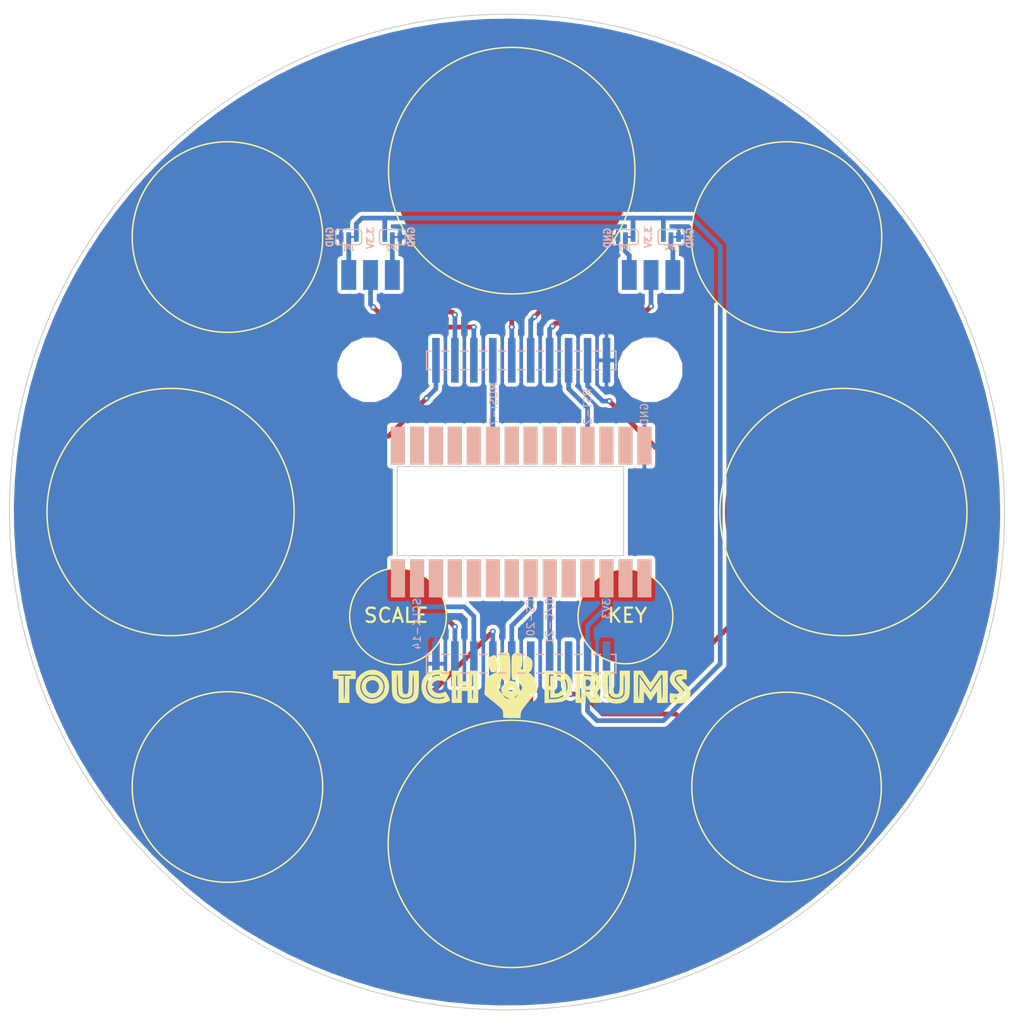
<source format=kicad_pcb>
(kicad_pcb (version 20171130) (host pcbnew "(5.0.0-3-g5ebb6b6)")
  (layers (0 F.Cu signal) (31 B.Cu signal) (34 B.Paste user) (35 F.Paste user) (36 B.SilkS user) (37 F.SilkS user) (38 B.Mask user) (39 F.Mask user) (44 Edge.Cuts user))
  (net 0 "")
  (net 1 GND)
  (net 2 TOUCH_0)
  (net 3 SCLK)
  (net 4 TOUCH_1)
  (net 5 CS)
  (net 6 TOUCH_2)
  (net 7 DC)
  (net 8 TOUCH_3)
  (net 9 +3V3)
  (net 10 TOUCH_4)
  (net 11 TOUCH_7)
  (net 12 TOUCH_6)
  (net 13 MOSI)
  (net 14 TOUCH_5)
  (net 15 TOUCH_8)
  (net 16 RST)
  (net 17 TOUCH_9)
  (net 18 VOL_KNOB)
  (net 19 DECAY_KNOB)
  (net 20 "Net-(JP1-Pad2)")
  (net 21 "Net-(JP2-Pad2)")
  (net 22 "Net-(JP3-Pad2)")
  (net 23 "Net-(JP4-Pad2)")
  (module Openponics_Templates:Panel_Mount_Potentiometer (layer B.Cu) (at 88.9 82.55 270)
    (fp_text reference VR1 hide)
    (fp_text value TRIMPOT hide)
    (pad 1 smd rect (at -12.7 2.794 270) (size 4 2) (layers B.Cu B.Paste B.Mask) (net 20 "Net-(JP1-Pad2)"))
    (pad 2 smd rect (at -12.695 -0.127 270) (size 4 2) (layers B.Cu B.Paste B.Mask) (net 18 VOL_KNOB))
    (pad 3 smd rect (at -12.695 -3.048 270) (size 4 2) (layers B.Cu B.Paste B.Mask) (net 21 "Net-(JP2-Pad2)"))
    (pad "" np_thru_hole circle (at 0 0 270) (size 7.62 7.62) (drill 7.62) (layers *.Cu *.Mask))
  )
  (module Openponics_Templates:Panel_Mount_Potentiometer (layer B.Cu) (at 126.492 82.55 270)
    (fp_text reference VR2 hide)
    (fp_text value TRIMPOT hide)
    (pad 1 smd rect (at -12.7 2.794 270) (size 4 2) (layers B.Cu B.Paste B.Mask) (net 22 "Net-(JP3-Pad2)"))
    (pad 2 smd rect (at -12.695 -0.127 270) (size 4 2) (layers B.Cu B.Paste B.Mask) (net 19 DECAY_KNOB))
    (pad 3 smd rect (at -12.695 -3.048 270) (size 4 2) (layers B.Cu B.Paste B.Mask) (net 23 "Net-(JP4-Pad2)"))
    (pad "" np_thru_hole circle (at 0 0 270) (size 7.62 7.62) (drill 7.62) (layers *.Cu *.Mask))
  )
  (module Connectors:1X10_SMD_MALE (layer B.Cu) (at 120.65 121.92 180)
    (fp_text reference J1 hide)
    (fp_text value Conn_01x10 hide)
    (pad 10 smd rect (at 22.86 0 180) (size 1.01854 5.99948) (layers B.Cu B.Paste B.Mask) (net 1 GND))
    (pad 9 smd rect (at 20.32 0 180) (size 1.01854 5.99948) (layers B.Cu B.Paste B.Mask) (net 2 TOUCH_0))
    (pad 8 smd rect (at 17.78 0 180) (size 1.01854 5.99948) (layers B.Cu B.Paste B.Mask) (net 3 SCLK))
    (pad 7 smd rect (at 15.24 0 180) (size 1.01854 5.99948) (layers B.Cu B.Paste B.Mask) (net 4 TOUCH_1))
    (pad 6 smd rect (at 12.7 0 180) (size 1.01854 5.99948) (layers B.Cu B.Paste B.Mask) (net 5 CS))
    (pad 5 smd rect (at 10.16 0 180) (size 1.01854 5.99948) (layers B.Cu B.Paste B.Mask) (net 6 TOUCH_2))
    (pad 4 smd rect (at 7.62 0 180) (size 1.01854 5.99948) (layers B.Cu B.Paste B.Mask) (net 7 DC))
    (pad 3 smd rect (at 5.08 0 180) (size 1.01854 5.99948) (layers B.Cu B.Paste B.Mask) (net 8 TOUCH_3))
    (pad 2 smd rect (at 2.54 0 180) (size 1.01854 5.99948) (layers B.Cu B.Paste B.Mask) (net 9 +3V3))
    (pad 1 smd rect (at 0 0 180) (size 1.01854 5.99948) (layers B.Cu B.Paste B.Mask) (net 10 TOUCH_4))
  )
  (module Connectors:1X10_SMD_MALE (layer B.Cu) (at 97.79 81.28)
    (fp_text reference J2 hide)
    (fp_text value Conn_01x10 hide)
    (pad 10 smd rect (at 22.86 0) (size 1.01854 5.99948) (layers B.Cu B.Paste B.Mask) (net 1 GND))
    (pad 9 smd rect (at 20.32 0) (size 1.01854 5.99948) (layers B.Cu B.Paste B.Mask) (net 17 TOUCH_9))
    (pad 8 smd rect (at 17.78 0) (size 1.01854 5.99948) (layers B.Cu B.Paste B.Mask) (net 16 RST))
    (pad 7 smd rect (at 15.24 0) (size 1.01854 5.99948) (layers B.Cu B.Paste B.Mask) (net 15 TOUCH_8))
    (pad 6 smd rect (at 12.7 0) (size 1.01854 5.99948) (layers B.Cu B.Paste B.Mask) (net 19 DECAY_KNOB))
    (pad 5 smd rect (at 10.16 0) (size 1.01854 5.99948) (layers B.Cu B.Paste B.Mask) (net 14 TOUCH_5))
    (pad 4 smd rect (at 7.62 0) (size 1.01854 5.99948) (layers B.Cu B.Paste B.Mask) (net 13 MOSI))
    (pad 3 smd rect (at 5.08 0) (size 1.01854 5.99948) (layers B.Cu B.Paste B.Mask) (net 12 TOUCH_6))
    (pad 2 smd rect (at 2.54 0) (size 1.01854 5.99948) (layers B.Cu B.Paste B.Mask) (net 18 VOL_KNOB))
    (pad 1 smd rect (at 0 0) (size 1.01854 5.99948) (layers B.Cu B.Paste B.Mask) (net 11 TOUCH_7))
  )
  (module Openponics_Templates:TeensyView (layer F.Cu) (at 91.44 110.49)
    (fp_text reference U1 hide)
    (fp_text value TeensyView)
    (fp_text user D/C-21 (at 21.59 5.715 90) (layer B.SilkS) (effects (justify mirror)))
    (fp_text user CS-20 (at 19.05 5.207 90) (layer B.SilkS) (effects (justify mirror)))
    (fp_text user MOSI-7 (at 14.097 -23.368 90) (layer B.SilkS) (effects (justify mirror)))
    (fp_text user SCLK-14 (at 3.81 6.096 90) (layer B.SilkS) (effects (justify mirror)))
    (fp_text user RST-2 (at 26.67 -22.987 90) (layer B.SilkS) (effects (justify mirror)))
    (fp_text user GND (at 34.29 -21.971 90) (layer B.SilkS) (effects (justify mirror)))
    (fp_text user 3V3 (at 29.21 4.064 270) (layer B.SilkS) (effects (justify mirror)))
    (pad 28 smd rect (at 1.27 -17.78) (size 1.8796 5.08) (layers B.Cu B.SilkS B.Mask))
    (pad 27 smd rect (at 3.81 -17.78) (size 1.8796 5.08) (layers B.Cu B.SilkS B.Mask))
    (pad 26 smd rect (at 6.35 -17.78) (size 1.8796 5.08) (layers B.Cu B.SilkS B.Mask))
    (pad 25 smd rect (at 8.89 -17.78) (size 1.8796 5.08) (layers B.Cu B.SilkS B.Mask))
    (pad 24 smd rect (at 11.43 -17.78) (size 1.8796 5.08) (layers B.Cu B.SilkS B.Mask))
    (pad 23 smd rect (at 13.97 -17.78) (size 1.8796 5.08) (layers B.Cu B.SilkS B.Mask) (net 13 MOSI))
    (pad 22 smd rect (at 16.51 -17.78) (size 1.8796 5.08) (layers B.Cu B.SilkS B.Mask))
    (pad 21 smd rect (at 19.05 -17.78) (size 1.8796 5.08) (layers B.Cu B.SilkS B.Mask))
    (pad 20 smd rect (at 21.59 -17.78) (size 1.8796 5.08) (layers B.Cu B.SilkS B.Mask))
    (pad 19 smd rect (at 24.13 -17.78) (size 1.8796 5.08) (layers B.Cu B.SilkS B.Mask))
    (pad 18 smd rect (at 26.67 -17.78) (size 1.8796 5.08) (layers B.Cu B.SilkS B.Mask) (net 16 RST))
    (pad 17 smd rect (at 29.21 -17.78) (size 1.8796 5.08) (layers B.Cu B.SilkS B.Mask))
    (pad 16 smd rect (at 31.75 -17.78) (size 1.8796 5.08) (layers B.Cu B.SilkS B.Mask))
    (pad 15 smd rect (at 34.29 -17.78) (size 1.8796 5.08) (layers B.Cu B.SilkS B.Mask) (net 1 GND))
    (pad 14 smd rect (at 34.29 0) (size 1.8796 5.08) (layers B.Cu B.SilkS B.Mask))
    (pad 13 smd rect (at 31.75 0) (size 1.8796 5.08) (layers B.Cu B.SilkS B.Mask))
    (pad 12 smd rect (at 29.21 0) (size 1.8796 5.08) (layers B.Cu B.SilkS B.Mask) (net 9 +3V3))
    (pad 11 smd rect (at 26.67 0) (size 1.8796 5.08) (layers B.Cu B.SilkS B.Mask))
    (pad 10 smd rect (at 24.13 0) (size 1.8796 5.08) (layers B.Cu B.SilkS B.Mask))
    (pad 9 smd rect (at 21.59 0) (size 1.8796 5.08) (layers B.Cu B.SilkS B.Mask) (net 7 DC))
    (pad 8 smd rect (at 19.05 0) (size 1.8796 5.08) (layers B.Cu B.SilkS B.Mask) (net 5 CS))
    (pad 7 smd rect (at 16.51 0) (size 1.8796 5.08) (layers B.Cu B.SilkS B.Mask))
    (pad 6 smd rect (at 13.97 0) (size 1.8796 5.08) (layers B.Cu B.SilkS B.Mask))
    (pad 5 smd rect (at 11.43 0) (size 1.8796 5.08) (layers B.Cu B.SilkS B.Mask))
    (pad 4 smd rect (at 8.89 0) (size 1.8796 5.08) (layers B.Cu B.SilkS B.Mask))
    (pad 3 smd rect (at 6.35 0) (size 1.8796 5.08) (layers B.Cu B.SilkS B.Mask))
    (pad 2 smd rect (at 3.81 0) (size 1.8796 5.08) (layers B.Cu B.SilkS B.Mask) (net 3 SCLK))
    (pad 1 smd rect (at 1.27 0) (size 1.8796 5.08) (layers B.Cu B.SilkS B.Mask))
  )
  (module Openponics_Hardware:PAD.LARGE_1.25INCH (layer F.Cu) (at 107.95 146.05)
    (fp_text reference TP3 hide)
    (fp_text value PAD_2 hide)
    (pad 1 smd circle (at 0 0) (size 31.75 31.75) (layers F.Cu) (net 6 TOUCH_2))
  )
  (module Openponics_Hardware:PAD.LARGE_1.25INCH (layer F.Cu) (at 152.4 101.6)
    (fp_text reference TP5 hide)
    (fp_text value PAD_4 hide)
    (pad 1 smd circle (at 0 0) (size 31.75 31.75) (layers F.Cu) (net 10 TOUCH_4))
  )
  (module Openponics_Hardware:PAD.LARGE_1.25INCH (layer F.Cu) (at 107.95 55.88)
    (fp_text reference TP6 hide)
    (fp_text value PAD_5 hide)
    (pad 1 smd circle (at 0 0) (size 31.75 31.75) (layers F.Cu) (net 14 TOUCH_5))
  )
  (module Openponics_Hardware:PAD.LARGE_1.25INCH (layer F.Cu) (at 62.23 101.6)
    (fp_text reference TP8 hide)
    (fp_text value PAD_7 hide)
    (pad 1 smd circle (at 0 0) (size 31.75 31.75) (layers F.Cu) (net 11 TOUCH_7))
  )
  (module Openponics_Hardware:PAD.LARGE_1.0INCH (layer F.Cu) (at 69.85 138.43)
    (fp_text reference TP2 hide)
    (fp_text value PAD_1 hide)
    (pad 1 smd circle (at 0 0) (size 25.4 25.4) (layers F.Cu) (net 4 TOUCH_1))
  )
  (module Openponics_Hardware:PAD.LARGE_1.0INCH (layer F.Cu) (at 144.78 138.43)
    (fp_text reference TP4 hide)
    (fp_text value PAD_3 hide)
    (pad 1 smd circle (at 0 0) (size 25.4 25.4) (layers F.Cu) (net 8 TOUCH_3))
  )
  (module Openponics_Hardware:PAD.LARGE_1.0INCH (layer F.Cu) (at 69.85 64.77)
    (fp_text reference TP7 hide)
    (fp_text value PAD_6 hide)
    (pad 1 smd circle (at 0 0) (size 25.4 25.4) (layers F.Cu) (net 12 TOUCH_6))
  )
  (module Openponics_Hardware:PAD.LARGE_1.0INCH (layer F.Cu) (at 144.78 64.77)
    (fp_text reference TP9 hide)
    (fp_text value PAD_8 hide)
    (pad 1 smd circle (at 0 0) (size 25.4 25.4) (layers F.Cu) (net 15 TOUCH_8))
  )
  (module Openponics_Hardware:PAD.LARGE_0.5INCH (layer F.Cu) (at 92.71 115.57)
    (fp_text reference TP1 hide)
    (fp_text value PAD_0 hide)
    (pad 1 smd circle (at 0 0) (size 12.7 12.7) (layers F.Cu) (net 2 TOUCH_0))
  )
  (module Openponics_Hardware:PAD.LARGE_0.5INCH (layer F.Cu) (at 123.19 115.57)
    (fp_text reference TP10 hide)
    (fp_text value PAD_9 hide)
    (pad 1 smd circle (at 0 0) (size 12.7 12.7) (layers F.Cu) (net 17 TOUCH_9))
  )
  (module Jumpers:SMT-JUMPER_3_1-NC_TRACE_SILK (layer B.Cu) (at 86.106 64.77)
    (fp_text reference JP1 (at 0 1.524) (layer B.SilkS) (effects (font (size 0.6096 0.6096) (thickness 0.127)) (justify mirror)))
    (fp_text value JP_3_1-NC hide)
    (fp_line (start 0 0) (end 1.016 0) (layer B.Cu) (width 0.254))
    (pad 1 smd rect (at -1.016 0) (size 0.635 1.27) (layers B.Cu B.Mask) (net 1 GND))
    (pad 2 smd rect (at 0 0) (size 0.635 1.27) (layers B.Cu B.Mask) (net 20 "Net-(JP1-Pad2)"))
    (pad 3 smd rect (at 1.016 0) (size 0.635 1.27) (layers B.Cu B.Mask) (net 9 +3V3))
  )
  (module Jumpers:SMT-JUMPER_3_1-NC_TRACE_SILK (layer B.Cu) (at 91.948 64.77)
    (fp_text reference JP2 (at 0 1.524) (layer B.SilkS) (effects (font (size 0.6096 0.6096) (thickness 0.127)) (justify mirror)))
    (fp_text value JP_3_1-NC hide)
    (fp_line (start 0 0) (end 1.016 0) (layer B.Cu) (width 0.254))
    (pad 3 smd rect (at 1.016 0) (size 0.635 1.27) (layers B.Cu B.Mask) (net 1 GND))
    (pad 2 smd rect (at 0 0) (size 0.635 1.27) (layers B.Cu B.Mask) (net 21 "Net-(JP2-Pad2)"))
    (pad 1 smd rect (at -1.016 0) (size 0.635 1.27) (layers B.Cu B.Mask) (net 9 +3V3))
  )
  (module Jumpers:SMT-JUMPER_3_1-NC_TRACE_SILK (layer B.Cu) (at 123.19 64.77)
    (fp_text reference JP3 (at 0 1.524) (layer B.SilkS) (effects (font (size 0.6096 0.6096) (thickness 0.127)) (justify mirror)))
    (fp_text value JP_3_1-NC hide)
    (fp_line (start 0 0) (end 1.016 0) (layer B.Cu) (width 0.254))
    (pad 1 smd rect (at -1.016 0) (size 0.635 1.27) (layers B.Cu B.Mask) (net 1 GND))
    (pad 2 smd rect (at 0 0) (size 0.635 1.27) (layers B.Cu B.Mask) (net 22 "Net-(JP3-Pad2)"))
    (pad 3 smd rect (at 1.016 0) (size 0.635 1.27) (layers B.Cu B.Mask) (net 9 +3V3))
  )
  (module Jumpers:SMT-JUMPER_3_1-NC_TRACE_SILK (layer B.Cu) (at 129.286 64.77)
    (fp_text reference JP4 (at 0 1.524) (layer B.SilkS) (effects (font (size 0.6096 0.6096) (thickness 0.127)) (justify mirror)))
    (fp_text value JP_3_1-NC hide)
    (fp_line (start 0 0) (end 1.016 0) (layer B.Cu) (width 0.254))
    (pad 3 smd rect (at 1.016 0) (size 0.635 1.27) (layers B.Cu B.Mask) (net 1 GND))
    (pad 2 smd rect (at 0 0) (size 0.635 1.27) (layers B.Cu B.Mask) (net 23 "Net-(JP4-Pad2)"))
    (pad 1 smd rect (at -1.016 0) (size 0.635 1.27) (layers B.Cu B.Mask) (net 9 +3V3))
  )
  (module Openponics_Logos:TouchDrumLogo (layer F.Cu) (at 107.95 123.19)
    (fp_text reference L1 hide)
    (fp_text value LOGO hide)
  )
  (gr_circle (center 123.19 115.57) (end 116.84 115.57) (layer F.SilkS) (width 0.2))
  (gr_circle (center 92.71 115.57) (end 86.36 114.3) (layer F.SilkS) (width 0.2))
  (gr_circle (center 69.85 64.77) (end 57.15 63.5) (layer F.SilkS) (width 0.2))
  (gr_circle (center 62.23 101.6) (end 45.72 100.33) (layer F.SilkS) (width 0.2))
  (gr_circle (center 69.85 138.43) (end 57.15 137.16) (layer F.SilkS) (width 0.2))
  (gr_circle (center 107.95 146.05) (end 91.44 144.78) (layer F.SilkS) (width 0.2))
  (gr_circle (center 144.78 138.43) (end 132.08 138.43) (layer F.SilkS) (width 0.2))
  (gr_circle (center 152.4 101.6) (end 135.89 100.33) (layer F.SilkS) (width 0.2))
  (gr_circle (center 144.78 64.77) (end 132.08 63.5) (layer F.SilkS) (width 0.2))
  (gr_circle (center 107.95 55.88) (end 91.44 55.88) (layer F.SilkS) (width 0.2))
  (gr_text 3.3V (at 126.238 64.77 90) (layer B.SilkS) (effects (font (size 0.889 0.889) (thickness 0.22225)) (justify mirror)))
  (gr_text 3.3V (at 89.027 64.897 90) (layer B.SilkS) (effects (font (size 0.889 0.889) (thickness 0.22225)) (justify mirror)))
  (gr_text GND (at 83.566 64.77 90) (layer B.SilkS) (effects (font (size 0.889 0.889) (thickness 0.22225)) (justify mirror)))
  (gr_text GND (at 94.488 64.77 90) (layer B.SilkS) (effects (font (size 0.889 0.889) (thickness 0.22225)) (justify mirror)))
  (gr_text GND (at 131.826 64.897 90) (layer B.SilkS) (effects (font (size 0.889 0.889) (thickness 0.22225)) (justify mirror)))
  (gr_text GND (at 120.777 64.897 90) (layer B.SilkS) (effects (font (size 0.889 0.889) (thickness 0.22225)) (justify mirror)))
  (gr_text KEY (at 123.444 115.443) (layer F.SilkS) (effects (font (size 1.905 1.905) (thickness 0.3))))
  (gr_text SCALE (at 92.456 115.443) (layer F.SilkS) (effects (font (size 1.905 1.905) (thickness 0.3))))
  (gr_line (start 92.583 107.442) (end 92.583 95.504) (layer Edge.Cuts) (width 0.15))
  (gr_line (start 122.936 107.442) (end 92.583 107.442) (layer Edge.Cuts) (width 0.15))
  (gr_line (start 122.936 95.504) (end 122.936 107.442) (layer Edge.Cuts) (width 0.15))
  (gr_line (start 92.583 95.504) (end 122.936 95.504) (layer Edge.Cuts) (width 0.15))
  (gr_circle (center 107.315 101.6) (end 40.64 101.6) (layer Edge.Cuts) (width 0.15))
  (segment (start 93.9165 64.77) (end 95.25 66.1035) (width 0.635) (layer B.Cu) (net 1))
  (segment (start 92.964 64.77) (end 93.9165 64.77) (width 0.635) (layer B.Cu) (net 1))
  (segment (start 95.25 66.1035) (end 95.25 73.152) (width 0.635) (layer B.Cu) (net 1))
  (segment (start 95.25 73.152) (end 91.948 76.454) (width 0.635) (layer B.Cu) (net 1))
  (segment (start 91.948 76.454) (end 86.36 76.454) (width 0.635) (layer B.Cu) (net 1))
  (segment (start 86.36 76.454) (end 83.312 73.406) (width 0.635) (layer B.Cu) (net 1))
  (segment (start 83.312 73.406) (end 83.312 65.278) (width 0.635) (layer B.Cu) (net 1))
  (segment (start 84.1375 64.77) (end 85.09 64.77) (width 0.635) (layer B.Cu) (net 1))
  (segment (start 83.82 64.77) (end 84.1375 64.77) (width 0.635) (layer B.Cu) (net 1))
  (segment (start 83.312 65.278) (end 83.82 64.77) (width 0.635) (layer B.Cu) (net 1))
  (segment (start 121.2215 64.77) (end 120.396 65.5955) (width 0.635) (layer B.Cu) (net 1))
  (segment (start 122.174 64.77) (end 121.2215 64.77) (width 0.635) (layer B.Cu) (net 1))
  (segment (start 120.396 65.5955) (end 120.396 72.898) (width 0.635) (layer B.Cu) (net 1))
  (segment (start 120.396 72.898) (end 123.571 76.073) (width 0.635) (layer B.Cu) (net 1))
  (segment (start 123.571 76.073) (end 130.302 76.073) (width 0.635) (layer B.Cu) (net 1))
  (segment (start 130.302 76.073) (end 132.334 74.041) (width 0.635) (layer B.Cu) (net 1))
  (segment (start 132.334 74.041) (end 132.334 65.532) (width 0.635) (layer B.Cu) (net 1))
  (segment (start 131.572 64.77) (end 130.302 64.77) (width 0.635) (layer B.Cu) (net 1))
  (segment (start 132.334 65.532) (end 131.572 64.77) (width 0.635) (layer B.Cu) (net 1))
  (segment (start 98.933 115.57) (end 100.33 116.967) (width 0.635) (layer F.Cu) (net 2))
  (via (at 100.33 116.967) (size 0.8) (drill 0.4) (layers F.Cu B.Cu) (net 2))
  (segment (start 92.71 115.57) (end 98.933 115.57) (width 0.635) (layer F.Cu) (net 2))
  (segment (start 100.33 116.967) (end 100.33 121.92) (width 0.635) (layer B.Cu) (net 2))
  (segment (start 95.25 113.665) (end 95.25 110.49) (width 0.635) (layer B.Cu) (net 3))
  (segment (start 95.885 114.3) (end 95.25 113.665) (width 0.635) (layer B.Cu) (net 3))
  (segment (start 101.6 114.3) (end 95.885 114.3) (width 0.635) (layer B.Cu) (net 3))
  (segment (start 102.87 115.57) (end 101.6 114.3) (width 0.635) (layer B.Cu) (net 3))
  (segment (start 102.87 121.92) (end 102.87 115.57) (width 0.635) (layer B.Cu) (net 3))
  (via (at 105.41 117.602) (size 0.8) (drill 0.4) (layers F.Cu B.Cu) (net 4))
  (segment (start 105.41 121.92) (end 105.41 117.602) (width 0.635) (layer B.Cu) (net 4))
  (segment (start 105.41 117.602) (end 97.409 125.603) (width 0.635) (layer F.Cu) (net 4))
  (segment (start 87.757 125.603) (end 72.39 140.97) (width 0.635) (layer F.Cu) (net 4))
  (segment (start 97.409 125.603) (end 87.757 125.603) (width 0.635) (layer F.Cu) (net 4))
  (segment (start 110.49 114.3) (end 110.49 110.49) (width 0.635) (layer B.Cu) (net 5))
  (segment (start 107.95 116.84) (end 110.49 114.3) (width 0.635) (layer B.Cu) (net 5))
  (segment (start 107.95 121.92) (end 107.95 116.84) (width 0.635) (layer B.Cu) (net 5))
  (via (at 110.49 126.111) (size 0.8) (drill 0.4) (layers F.Cu B.Cu) (net 6))
  (segment (start 110.49 121.92) (end 110.49 126.111) (width 0.635) (layer B.Cu) (net 6))
  (segment (start 110.49 143.51) (end 107.95 146.05) (width 0.635) (layer F.Cu) (net 6))
  (segment (start 110.49 126.111) (end 110.49 143.51) (width 0.635) (layer F.Cu) (net 6))
  (segment (start 113.03 121.92) (end 113.03 110.49) (width 0.635) (layer B.Cu) (net 7))
  (segment (start 115.57 125.73) (end 115.824 125.984) (width 0.635) (layer B.Cu) (net 8))
  (via (at 115.824 125.984) (size 0.8) (drill 0.4) (layers F.Cu B.Cu) (net 8))
  (segment (start 115.57 121.92) (end 115.57 125.73) (width 0.635) (layer B.Cu) (net 8))
  (segment (start 115.824 125.984) (end 117.475 125.984) (width 0.635) (layer F.Cu) (net 8))
  (segment (start 117.475 125.984) (end 120.142 128.651) (width 0.635) (layer F.Cu) (net 8))
  (segment (start 129.921 128.651) (end 142.24 140.97) (width 0.635) (layer F.Cu) (net 8))
  (segment (start 120.142 128.651) (end 129.921 128.651) (width 0.635) (layer F.Cu) (net 8))
  (segment (start 118.11 121.92) (end 118.11 116.84) (width 0.635) (layer B.Cu) (net 9))
  (segment (start 118.11 116.84) (end 120.65 114.3) (width 0.635) (layer B.Cu) (net 9))
  (segment (start 120.65 114.3) (end 120.65 110.49) (width 0.635) (layer B.Cu) (net 9))
  (segment (start 87.884 62.23) (end 87.122 62.992) (width 0.635) (layer B.Cu) (net 9))
  (segment (start 87.122 62.992) (end 87.122 64.77) (width 0.635) (layer B.Cu) (net 9))
  (segment (start 135.89 66.04) (end 132.08 62.23) (width 0.635) (layer B.Cu) (net 9))
  (segment (start 135.89 121.92) (end 135.89 66.04) (width 0.635) (layer B.Cu) (net 9))
  (segment (start 128.27 129.54) (end 135.89 121.92) (width 0.635) (layer B.Cu) (net 9))
  (segment (start 119.38 129.54) (end 128.27 129.54) (width 0.635) (layer B.Cu) (net 9))
  (segment (start 118.11 128.27) (end 119.38 129.54) (width 0.635) (layer B.Cu) (net 9))
  (segment (start 118.11 121.92) (end 118.11 128.27) (width 0.635) (layer B.Cu) (net 9))
  (segment (start 90.932 64.77) (end 90.932 62.23) (width 0.635) (layer B.Cu) (net 9))
  (segment (start 90.932 62.23) (end 87.884 62.23) (width 0.635) (layer B.Cu) (net 9))
  (segment (start 128.27 64.77) (end 128.27 62.23) (width 0.635) (layer B.Cu) (net 9))
  (segment (start 132.08 62.23) (end 128.27 62.23) (width 0.635) (layer B.Cu) (net 9))
  (segment (start 128.27 62.23) (end 124.206 62.23) (width 0.635) (layer B.Cu) (net 9))
  (segment (start 124.206 64.77) (end 124.206 62.23) (width 0.635) (layer B.Cu) (net 9))
  (segment (start 124.206 62.23) (end 90.932 62.23) (width 0.635) (layer B.Cu) (net 9))
  (via (at 120.65 126.238) (size 0.8) (drill 0.4) (layers F.Cu B.Cu) (net 10))
  (segment (start 120.65 121.92) (end 120.65 126.238) (width 0.635) (layer B.Cu) (net 10))
  (segment (start 127.762 126.238) (end 152.4 101.6) (width 0.635) (layer F.Cu) (net 10))
  (segment (start 120.65 126.238) (end 127.762 126.238) (width 0.635) (layer F.Cu) (net 10))
  (via (at 96.52 86.36) (size 0.8) (drill 0.4) (layers F.Cu B.Cu) (net 11))
  (segment (start 97.79 85.09) (end 96.52 86.36) (width 0.635) (layer B.Cu) (net 11))
  (segment (start 97.79 81.28) (end 97.79 85.09) (width 0.635) (layer B.Cu) (net 11))
  (segment (start 91.44 91.44) (end 72.39 91.44) (width 0.635) (layer F.Cu) (net 11))
  (segment (start 72.39 91.44) (end 62.23 101.6) (width 0.635) (layer F.Cu) (net 11))
  (segment (start 96.52 86.36) (end 91.44 91.44) (width 0.635) (layer F.Cu) (net 11))
  (via (at 102.87 76.835) (size 0.8) (drill 0.4) (layers F.Cu B.Cu) (net 12))
  (segment (start 102.87 81.28) (end 102.87 76.835) (width 0.635) (layer B.Cu) (net 12))
  (segment (start 83.185 76.835) (end 72.39 66.04) (width 0.635) (layer F.Cu) (net 12))
  (segment (start 102.87 76.835) (end 83.185 76.835) (width 0.635) (layer F.Cu) (net 12))
  (segment (start 105.41 92.71) (end 105.41 81.28) (width 0.635) (layer B.Cu) (net 13))
  (via (at 107.95 76.835) (size 0.8) (drill 0.4) (layers F.Cu B.Cu) (net 14))
  (segment (start 107.95 81.28) (end 107.95 76.835) (width 0.635) (layer B.Cu) (net 14))
  (segment (start 107.95 76.835) (end 107.95 55.88) (width 0.635) (layer F.Cu) (net 14))
  (via (at 113.411 76.708) (size 0.8) (drill 0.4) (layers F.Cu B.Cu) (net 15))
  (segment (start 113.03 77.089) (end 113.411 76.708) (width 0.635) (layer B.Cu) (net 15))
  (segment (start 113.03 81.28) (end 113.03 77.089) (width 0.635) (layer B.Cu) (net 15))
  (segment (start 132.715001 75.564999) (end 142.24 66.04) (width 0.635) (layer F.Cu) (net 15))
  (segment (start 131.971999 76.308001) (end 132.715001 75.564999) (width 0.635) (layer F.Cu) (net 15))
  (segment (start 113.810999 76.308001) (end 131.971999 76.308001) (width 0.635) (layer F.Cu) (net 15))
  (segment (start 113.411 76.708) (end 113.810999 76.308001) (width 0.635) (layer F.Cu) (net 15))
  (segment (start 118.11 92.71) (end 118.11 87.63) (width 0.635) (layer B.Cu) (net 16))
  (segment (start 115.57 85.09) (end 115.57 81.28) (width 0.635) (layer B.Cu) (net 16))
  (segment (start 118.11 87.63) (end 115.57 85.09) (width 0.635) (layer B.Cu) (net 16))
  (via (at 121.031 86.741) (size 0.8) (drill 0.4) (layers F.Cu B.Cu) (net 17))
  (segment (start 120.142 86.741) (end 121.031 86.741) (width 0.635) (layer B.Cu) (net 17))
  (segment (start 118.11 84.709) (end 120.142 86.741) (width 0.635) (layer B.Cu) (net 17))
  (segment (start 118.11 81.28) (end 118.11 84.709) (width 0.635) (layer B.Cu) (net 17))
  (segment (start 129.539999 95.249999) (end 129.539999 109.220001) (width 0.635) (layer F.Cu) (net 17))
  (segment (start 129.539999 109.220001) (end 123.19 115.57) (width 0.635) (layer F.Cu) (net 17))
  (segment (start 121.031 86.741) (end 129.539999 95.249999) (width 0.635) (layer F.Cu) (net 17))
  (segment (start 89.027 69.855) (end 89.027 73.533) (width 0.635) (layer B.Cu) (net 18))
  (via (at 89.408 74.168) (size 0.8) (drill 0.4) (layers F.Cu B.Cu) (net 18))
  (segment (start 89.027 73.787) (end 89.408 74.168) (width 0.635) (layer B.Cu) (net 18))
  (segment (start 89.027 73.533) (end 89.027 73.787) (width 0.635) (layer B.Cu) (net 18))
  (segment (start 89.408 74.168) (end 90.043 74.803) (width 0.635) (layer F.Cu) (net 18))
  (via (at 100.33 75.184) (size 0.8) (drill 0.4) (layers F.Cu B.Cu) (net 18))
  (segment (start 99.949 74.803) (end 100.33 75.184) (width 0.635) (layer F.Cu) (net 18))
  (segment (start 90.043 74.803) (end 99.949 74.803) (width 0.635) (layer F.Cu) (net 18))
  (segment (start 100.33 77.47) (end 100.33 81.28) (width 0.635) (layer B.Cu) (net 18))
  (segment (start 100.33 75.184) (end 100.33 77.47) (width 0.635) (layer B.Cu) (net 18))
  (segment (start 110.49 76.2) (end 110.49 81.28) (width 0.635) (layer B.Cu) (net 19))
  (segment (start 110.49 75.946) (end 110.998 75.438) (width 0.635) (layer B.Cu) (net 19))
  (via (at 110.998 75.438) (size 0.8) (drill 0.4) (layers F.Cu B.Cu) (net 19))
  (segment (start 110.49 76.2) (end 110.49 75.946) (width 0.635) (layer B.Cu) (net 19))
  (segment (start 110.998 75.438) (end 111.887 74.549) (width 0.635) (layer F.Cu) (net 19))
  (via (at 126.619 74.041) (size 0.8) (drill 0.4) (layers F.Cu B.Cu) (net 19))
  (segment (start 126.111 74.549) (end 126.619 74.041) (width 0.635) (layer F.Cu) (net 19))
  (segment (start 111.887 74.549) (end 126.111 74.549) (width 0.635) (layer F.Cu) (net 19))
  (segment (start 126.619 74.041) (end 126.619 69.855) (width 0.635) (layer B.Cu) (net 19))
  (segment (start 86.106 69.85) (end 86.106 64.77) (width 0.635) (layer B.Cu) (net 20))
  (segment (start 91.948 69.855) (end 91.948 64.77) (width 0.635) (layer B.Cu) (net 21))
  (segment (start 123.19 66.707) (end 123.19 64.77) (width 0.635) (layer B.Cu) (net 22))
  (segment (start 123.698 67.215) (end 123.19 66.707) (width 0.635) (layer B.Cu) (net 22))
  (segment (start 123.698 69.85) (end 123.698 67.215) (width 0.635) (layer B.Cu) (net 22))
  (segment (start 129.286 66.167) (end 129.286 64.77) (width 0.635) (layer B.Cu) (net 23))
  (segment (start 129.54 66.421) (end 129.286 66.167) (width 0.635) (layer B.Cu) (net 23))
  (segment (start 129.54 69.855) (end 129.54 66.421) (width 0.635) (layer B.Cu) (net 23))
  (zone (net 1) (net_name GND) (layer B.Cu) (connect_pads (clearance 0.508)) (min_thickness 0.254) (fill yes (arc_segments 16) (thermal_gap 0.508) (thermal_bridge_width 0.508))
    (polygon (pts (xy 39.37 33.02) (xy 175.26 33.02) (xy 175.26 170.18) (xy 39.37 170.18)))
  )
)
</source>
